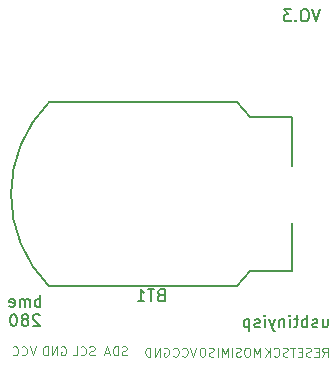
<source format=gbr>
G04 #@! TF.GenerationSoftware,KiCad,Pcbnew,(6.0.11)*
G04 #@! TF.CreationDate,2023-02-28T22:09:58+01:00*
G04 #@! TF.ProjectId,atmega328p-au--e01c-ml01s--bme280--cr2032,61746d65-6761-4333-9238-702d61752d2d,rev?*
G04 #@! TF.SameCoordinates,Original*
G04 #@! TF.FileFunction,Legend,Bot*
G04 #@! TF.FilePolarity,Positive*
%FSLAX46Y46*%
G04 Gerber Fmt 4.6, Leading zero omitted, Abs format (unit mm)*
G04 Created by KiCad (PCBNEW (6.0.11)) date 2023-02-28 22:09:58*
%MOMM*%
%LPD*%
G01*
G04 APERTURE LIST*
%ADD10C,0.125000*%
%ADD11C,0.150000*%
%ADD12C,0.127000*%
G04 APERTURE END LIST*
D10*
X122212285Y-92234285D02*
X122462285Y-91877142D01*
X122640857Y-92234285D02*
X122640857Y-91484285D01*
X122355142Y-91484285D01*
X122283714Y-91520000D01*
X122248000Y-91555714D01*
X122212285Y-91627142D01*
X122212285Y-91734285D01*
X122248000Y-91805714D01*
X122283714Y-91841428D01*
X122355142Y-91877142D01*
X122640857Y-91877142D01*
X121890857Y-91841428D02*
X121640857Y-91841428D01*
X121533714Y-92234285D02*
X121890857Y-92234285D01*
X121890857Y-91484285D01*
X121533714Y-91484285D01*
X121248000Y-92198571D02*
X121140857Y-92234285D01*
X120962285Y-92234285D01*
X120890857Y-92198571D01*
X120855142Y-92162857D01*
X120819428Y-92091428D01*
X120819428Y-92020000D01*
X120855142Y-91948571D01*
X120890857Y-91912857D01*
X120962285Y-91877142D01*
X121105142Y-91841428D01*
X121176571Y-91805714D01*
X121212285Y-91770000D01*
X121248000Y-91698571D01*
X121248000Y-91627142D01*
X121212285Y-91555714D01*
X121176571Y-91520000D01*
X121105142Y-91484285D01*
X120926571Y-91484285D01*
X120819428Y-91520000D01*
X120498000Y-91841428D02*
X120248000Y-91841428D01*
X120140857Y-92234285D02*
X120498000Y-92234285D01*
X120498000Y-91484285D01*
X120140857Y-91484285D01*
X119926571Y-91484285D02*
X119498000Y-91484285D01*
X119712285Y-92234285D02*
X119712285Y-91484285D01*
X111523000Y-91484285D02*
X111273000Y-92234285D01*
X111023000Y-91484285D01*
X110344428Y-92162857D02*
X110380142Y-92198571D01*
X110487285Y-92234285D01*
X110558714Y-92234285D01*
X110665857Y-92198571D01*
X110737285Y-92127142D01*
X110773000Y-92055714D01*
X110808714Y-91912857D01*
X110808714Y-91805714D01*
X110773000Y-91662857D01*
X110737285Y-91591428D01*
X110665857Y-91520000D01*
X110558714Y-91484285D01*
X110487285Y-91484285D01*
X110380142Y-91520000D01*
X110344428Y-91555714D01*
X109594428Y-92162857D02*
X109630142Y-92198571D01*
X109737285Y-92234285D01*
X109808714Y-92234285D01*
X109915857Y-92198571D01*
X109987285Y-92127142D01*
X110023000Y-92055714D01*
X110058714Y-91912857D01*
X110058714Y-91805714D01*
X110023000Y-91662857D01*
X109987285Y-91591428D01*
X109915857Y-91520000D01*
X109808714Y-91484285D01*
X109737285Y-91484285D01*
X109630142Y-91520000D01*
X109594428Y-91555714D01*
X105633714Y-92098571D02*
X105526571Y-92134285D01*
X105348000Y-92134285D01*
X105276571Y-92098571D01*
X105240857Y-92062857D01*
X105205142Y-91991428D01*
X105205142Y-91920000D01*
X105240857Y-91848571D01*
X105276571Y-91812857D01*
X105348000Y-91777142D01*
X105490857Y-91741428D01*
X105562285Y-91705714D01*
X105598000Y-91670000D01*
X105633714Y-91598571D01*
X105633714Y-91527142D01*
X105598000Y-91455714D01*
X105562285Y-91420000D01*
X105490857Y-91384285D01*
X105312285Y-91384285D01*
X105205142Y-91420000D01*
X104883714Y-92134285D02*
X104883714Y-91384285D01*
X104705142Y-91384285D01*
X104598000Y-91420000D01*
X104526571Y-91491428D01*
X104490857Y-91562857D01*
X104455142Y-91705714D01*
X104455142Y-91812857D01*
X104490857Y-91955714D01*
X104526571Y-92027142D01*
X104598000Y-92098571D01*
X104705142Y-92134285D01*
X104883714Y-92134285D01*
X104169428Y-91920000D02*
X103812285Y-91920000D01*
X104240857Y-92134285D02*
X103990857Y-91384285D01*
X103740857Y-92134285D01*
X102915857Y-92098571D02*
X102808714Y-92134285D01*
X102630142Y-92134285D01*
X102558714Y-92098571D01*
X102523000Y-92062857D01*
X102487285Y-91991428D01*
X102487285Y-91920000D01*
X102523000Y-91848571D01*
X102558714Y-91812857D01*
X102630142Y-91777142D01*
X102773000Y-91741428D01*
X102844428Y-91705714D01*
X102880142Y-91670000D01*
X102915857Y-91598571D01*
X102915857Y-91527142D01*
X102880142Y-91455714D01*
X102844428Y-91420000D01*
X102773000Y-91384285D01*
X102594428Y-91384285D01*
X102487285Y-91420000D01*
X101737285Y-92062857D02*
X101773000Y-92098571D01*
X101880142Y-92134285D01*
X101951571Y-92134285D01*
X102058714Y-92098571D01*
X102130142Y-92027142D01*
X102165857Y-91955714D01*
X102201571Y-91812857D01*
X102201571Y-91705714D01*
X102165857Y-91562857D01*
X102130142Y-91491428D01*
X102058714Y-91420000D01*
X101951571Y-91384285D01*
X101880142Y-91384285D01*
X101773000Y-91420000D01*
X101737285Y-91455714D01*
X101058714Y-92134285D02*
X101415857Y-92134285D01*
X101415857Y-91384285D01*
D11*
X98332523Y-88042380D02*
X98332523Y-87042380D01*
X98332523Y-87423333D02*
X98237285Y-87375714D01*
X98046809Y-87375714D01*
X97951571Y-87423333D01*
X97903952Y-87470952D01*
X97856333Y-87566190D01*
X97856333Y-87851904D01*
X97903952Y-87947142D01*
X97951571Y-87994761D01*
X98046809Y-88042380D01*
X98237285Y-88042380D01*
X98332523Y-87994761D01*
X97427761Y-88042380D02*
X97427761Y-87375714D01*
X97427761Y-87470952D02*
X97380142Y-87423333D01*
X97284904Y-87375714D01*
X97142047Y-87375714D01*
X97046809Y-87423333D01*
X96999190Y-87518571D01*
X96999190Y-88042380D01*
X96999190Y-87518571D02*
X96951571Y-87423333D01*
X96856333Y-87375714D01*
X96713476Y-87375714D01*
X96618238Y-87423333D01*
X96570619Y-87518571D01*
X96570619Y-88042380D01*
X95713476Y-87994761D02*
X95808714Y-88042380D01*
X95999190Y-88042380D01*
X96094428Y-87994761D01*
X96142047Y-87899523D01*
X96142047Y-87518571D01*
X96094428Y-87423333D01*
X95999190Y-87375714D01*
X95808714Y-87375714D01*
X95713476Y-87423333D01*
X95665857Y-87518571D01*
X95665857Y-87613809D01*
X96142047Y-87709047D01*
X98261095Y-88747619D02*
X98213476Y-88700000D01*
X98118238Y-88652380D01*
X97880142Y-88652380D01*
X97784904Y-88700000D01*
X97737285Y-88747619D01*
X97689666Y-88842857D01*
X97689666Y-88938095D01*
X97737285Y-89080952D01*
X98308714Y-89652380D01*
X97689666Y-89652380D01*
X97118238Y-89080952D02*
X97213476Y-89033333D01*
X97261095Y-88985714D01*
X97308714Y-88890476D01*
X97308714Y-88842857D01*
X97261095Y-88747619D01*
X97213476Y-88700000D01*
X97118238Y-88652380D01*
X96927761Y-88652380D01*
X96832523Y-88700000D01*
X96784904Y-88747619D01*
X96737285Y-88842857D01*
X96737285Y-88890476D01*
X96784904Y-88985714D01*
X96832523Y-89033333D01*
X96927761Y-89080952D01*
X97118238Y-89080952D01*
X97213476Y-89128571D01*
X97261095Y-89176190D01*
X97308714Y-89271428D01*
X97308714Y-89461904D01*
X97261095Y-89557142D01*
X97213476Y-89604761D01*
X97118238Y-89652380D01*
X96927761Y-89652380D01*
X96832523Y-89604761D01*
X96784904Y-89557142D01*
X96737285Y-89461904D01*
X96737285Y-89271428D01*
X96784904Y-89176190D01*
X96832523Y-89128571D01*
X96927761Y-89080952D01*
X96118238Y-88652380D02*
X96023000Y-88652380D01*
X95927761Y-88700000D01*
X95880142Y-88747619D01*
X95832523Y-88842857D01*
X95784904Y-89033333D01*
X95784904Y-89271428D01*
X95832523Y-89461904D01*
X95880142Y-89557142D01*
X95927761Y-89604761D01*
X96023000Y-89652380D01*
X96118238Y-89652380D01*
X96213476Y-89604761D01*
X96261095Y-89557142D01*
X96308714Y-89461904D01*
X96356333Y-89271428D01*
X96356333Y-89033333D01*
X96308714Y-88842857D01*
X96261095Y-88747619D01*
X96213476Y-88700000D01*
X96118238Y-88652380D01*
D10*
X100094428Y-91420000D02*
X100165857Y-91384285D01*
X100273000Y-91384285D01*
X100380142Y-91420000D01*
X100451571Y-91491428D01*
X100487285Y-91562857D01*
X100523000Y-91705714D01*
X100523000Y-91812857D01*
X100487285Y-91955714D01*
X100451571Y-92027142D01*
X100380142Y-92098571D01*
X100273000Y-92134285D01*
X100201571Y-92134285D01*
X100094428Y-92098571D01*
X100058714Y-92062857D01*
X100058714Y-91812857D01*
X100201571Y-91812857D01*
X99737285Y-92134285D02*
X99737285Y-91384285D01*
X99308714Y-92134285D01*
X99308714Y-91384285D01*
X98951571Y-92134285D02*
X98951571Y-91384285D01*
X98773000Y-91384285D01*
X98665857Y-91420000D01*
X98594428Y-91491428D01*
X98558714Y-91562857D01*
X98523000Y-91705714D01*
X98523000Y-91812857D01*
X98558714Y-91955714D01*
X98594428Y-92027142D01*
X98665857Y-92098571D01*
X98773000Y-92134285D01*
X98951571Y-92134285D01*
X108794428Y-91520000D02*
X108865857Y-91484285D01*
X108973000Y-91484285D01*
X109080142Y-91520000D01*
X109151571Y-91591428D01*
X109187285Y-91662857D01*
X109223000Y-91805714D01*
X109223000Y-91912857D01*
X109187285Y-92055714D01*
X109151571Y-92127142D01*
X109080142Y-92198571D01*
X108973000Y-92234285D01*
X108901571Y-92234285D01*
X108794428Y-92198571D01*
X108758714Y-92162857D01*
X108758714Y-91912857D01*
X108901571Y-91912857D01*
X108437285Y-92234285D02*
X108437285Y-91484285D01*
X108008714Y-92234285D01*
X108008714Y-91484285D01*
X107651571Y-92234285D02*
X107651571Y-91484285D01*
X107473000Y-91484285D01*
X107365857Y-91520000D01*
X107294428Y-91591428D01*
X107258714Y-91662857D01*
X107223000Y-91805714D01*
X107223000Y-91912857D01*
X107258714Y-92055714D01*
X107294428Y-92127142D01*
X107365857Y-92198571D01*
X107473000Y-92234285D01*
X107651571Y-92234285D01*
D11*
X122218238Y-89080714D02*
X122218238Y-89747380D01*
X122646809Y-89080714D02*
X122646809Y-89604523D01*
X122599190Y-89699761D01*
X122503952Y-89747380D01*
X122361095Y-89747380D01*
X122265857Y-89699761D01*
X122218238Y-89652142D01*
X121789666Y-89699761D02*
X121694428Y-89747380D01*
X121503952Y-89747380D01*
X121408714Y-89699761D01*
X121361095Y-89604523D01*
X121361095Y-89556904D01*
X121408714Y-89461666D01*
X121503952Y-89414047D01*
X121646809Y-89414047D01*
X121742047Y-89366428D01*
X121789666Y-89271190D01*
X121789666Y-89223571D01*
X121742047Y-89128333D01*
X121646809Y-89080714D01*
X121503952Y-89080714D01*
X121408714Y-89128333D01*
X120932523Y-89747380D02*
X120932523Y-88747380D01*
X120932523Y-89128333D02*
X120837285Y-89080714D01*
X120646809Y-89080714D01*
X120551571Y-89128333D01*
X120503952Y-89175952D01*
X120456333Y-89271190D01*
X120456333Y-89556904D01*
X120503952Y-89652142D01*
X120551571Y-89699761D01*
X120646809Y-89747380D01*
X120837285Y-89747380D01*
X120932523Y-89699761D01*
X120170619Y-89080714D02*
X119789666Y-89080714D01*
X120027761Y-88747380D02*
X120027761Y-89604523D01*
X119980142Y-89699761D01*
X119884904Y-89747380D01*
X119789666Y-89747380D01*
X119456333Y-89747380D02*
X119456333Y-89080714D01*
X119456333Y-88747380D02*
X119503952Y-88795000D01*
X119456333Y-88842619D01*
X119408714Y-88795000D01*
X119456333Y-88747380D01*
X119456333Y-88842619D01*
X118980142Y-89080714D02*
X118980142Y-89747380D01*
X118980142Y-89175952D02*
X118932523Y-89128333D01*
X118837285Y-89080714D01*
X118694428Y-89080714D01*
X118599190Y-89128333D01*
X118551571Y-89223571D01*
X118551571Y-89747380D01*
X118170619Y-89080714D02*
X117932523Y-89747380D01*
X117694428Y-89080714D02*
X117932523Y-89747380D01*
X118027761Y-89985476D01*
X118075380Y-90033095D01*
X118170619Y-90080714D01*
X117313476Y-89747380D02*
X117313476Y-89080714D01*
X117313476Y-88747380D02*
X117361095Y-88795000D01*
X117313476Y-88842619D01*
X117265857Y-88795000D01*
X117313476Y-88747380D01*
X117313476Y-88842619D01*
X116884904Y-89699761D02*
X116789666Y-89747380D01*
X116599190Y-89747380D01*
X116503952Y-89699761D01*
X116456333Y-89604523D01*
X116456333Y-89556904D01*
X116503952Y-89461666D01*
X116599190Y-89414047D01*
X116742047Y-89414047D01*
X116837285Y-89366428D01*
X116884904Y-89271190D01*
X116884904Y-89223571D01*
X116837285Y-89128333D01*
X116742047Y-89080714D01*
X116599190Y-89080714D01*
X116503952Y-89128333D01*
X116027761Y-89080714D02*
X116027761Y-90080714D01*
X116027761Y-89128333D02*
X115932523Y-89080714D01*
X115742047Y-89080714D01*
X115646809Y-89128333D01*
X115599190Y-89175952D01*
X115551571Y-89271190D01*
X115551571Y-89556904D01*
X115599190Y-89652142D01*
X115646809Y-89699761D01*
X115742047Y-89747380D01*
X115932523Y-89747380D01*
X116027761Y-89699761D01*
D10*
X114201571Y-92234285D02*
X114201571Y-91484285D01*
X113951571Y-92020000D01*
X113701571Y-91484285D01*
X113701571Y-92234285D01*
X113344428Y-92234285D02*
X113344428Y-91484285D01*
X113023000Y-92198571D02*
X112915857Y-92234285D01*
X112737285Y-92234285D01*
X112665857Y-92198571D01*
X112630142Y-92162857D01*
X112594428Y-92091428D01*
X112594428Y-92020000D01*
X112630142Y-91948571D01*
X112665857Y-91912857D01*
X112737285Y-91877142D01*
X112880142Y-91841428D01*
X112951571Y-91805714D01*
X112987285Y-91770000D01*
X113023000Y-91698571D01*
X113023000Y-91627142D01*
X112987285Y-91555714D01*
X112951571Y-91520000D01*
X112880142Y-91484285D01*
X112701571Y-91484285D01*
X112594428Y-91520000D01*
X112130142Y-91484285D02*
X111987285Y-91484285D01*
X111915857Y-91520000D01*
X111844428Y-91591428D01*
X111808714Y-91734285D01*
X111808714Y-91984285D01*
X111844428Y-92127142D01*
X111915857Y-92198571D01*
X111987285Y-92234285D01*
X112130142Y-92234285D01*
X112201571Y-92198571D01*
X112273000Y-92127142D01*
X112308714Y-91984285D01*
X112308714Y-91734285D01*
X112273000Y-91591428D01*
X112201571Y-91520000D01*
X112130142Y-91484285D01*
D11*
X121994428Y-62847380D02*
X121661095Y-63847380D01*
X121327761Y-62847380D01*
X120803952Y-62847380D02*
X120613476Y-62847380D01*
X120518238Y-62895000D01*
X120423000Y-62990238D01*
X120375380Y-63180714D01*
X120375380Y-63514047D01*
X120423000Y-63704523D01*
X120518238Y-63799761D01*
X120613476Y-63847380D01*
X120803952Y-63847380D01*
X120899190Y-63799761D01*
X120994428Y-63704523D01*
X121042047Y-63514047D01*
X121042047Y-63180714D01*
X120994428Y-62990238D01*
X120899190Y-62895000D01*
X120803952Y-62847380D01*
X119946809Y-63752142D02*
X119899190Y-63799761D01*
X119946809Y-63847380D01*
X119994428Y-63799761D01*
X119946809Y-63752142D01*
X119946809Y-63847380D01*
X119565857Y-62847380D02*
X118946809Y-62847380D01*
X119280142Y-63228333D01*
X119137285Y-63228333D01*
X119042047Y-63275952D01*
X118994428Y-63323571D01*
X118946809Y-63418809D01*
X118946809Y-63656904D01*
X118994428Y-63752142D01*
X119042047Y-63799761D01*
X119137285Y-63847380D01*
X119423000Y-63847380D01*
X119518238Y-63799761D01*
X119565857Y-63752142D01*
D10*
X97923000Y-91384285D02*
X97673000Y-92134285D01*
X97423000Y-91384285D01*
X96744428Y-92062857D02*
X96780142Y-92098571D01*
X96887285Y-92134285D01*
X96958714Y-92134285D01*
X97065857Y-92098571D01*
X97137285Y-92027142D01*
X97173000Y-91955714D01*
X97208714Y-91812857D01*
X97208714Y-91705714D01*
X97173000Y-91562857D01*
X97137285Y-91491428D01*
X97065857Y-91420000D01*
X96958714Y-91384285D01*
X96887285Y-91384285D01*
X96780142Y-91420000D01*
X96744428Y-91455714D01*
X95994428Y-92062857D02*
X96030142Y-92098571D01*
X96137285Y-92134285D01*
X96208714Y-92134285D01*
X96315857Y-92098571D01*
X96387285Y-92027142D01*
X96423000Y-91955714D01*
X96458714Y-91812857D01*
X96458714Y-91705714D01*
X96423000Y-91562857D01*
X96387285Y-91491428D01*
X96315857Y-91420000D01*
X96208714Y-91384285D01*
X96137285Y-91384285D01*
X96030142Y-91420000D01*
X95994428Y-91455714D01*
X119287285Y-92198571D02*
X119180142Y-92234285D01*
X119001571Y-92234285D01*
X118930142Y-92198571D01*
X118894428Y-92162857D01*
X118858714Y-92091428D01*
X118858714Y-92020000D01*
X118894428Y-91948571D01*
X118930142Y-91912857D01*
X119001571Y-91877142D01*
X119144428Y-91841428D01*
X119215857Y-91805714D01*
X119251571Y-91770000D01*
X119287285Y-91698571D01*
X119287285Y-91627142D01*
X119251571Y-91555714D01*
X119215857Y-91520000D01*
X119144428Y-91484285D01*
X118965857Y-91484285D01*
X118858714Y-91520000D01*
X118108714Y-92162857D02*
X118144428Y-92198571D01*
X118251571Y-92234285D01*
X118323000Y-92234285D01*
X118430142Y-92198571D01*
X118501571Y-92127142D01*
X118537285Y-92055714D01*
X118573000Y-91912857D01*
X118573000Y-91805714D01*
X118537285Y-91662857D01*
X118501571Y-91591428D01*
X118430142Y-91520000D01*
X118323000Y-91484285D01*
X118251571Y-91484285D01*
X118144428Y-91520000D01*
X118108714Y-91555714D01*
X117787285Y-92234285D02*
X117787285Y-91484285D01*
X117358714Y-92234285D02*
X117680142Y-91805714D01*
X117358714Y-91484285D02*
X117787285Y-91912857D01*
X116901571Y-92234285D02*
X116901571Y-91484285D01*
X116651571Y-92020000D01*
X116401571Y-91484285D01*
X116401571Y-92234285D01*
X115901571Y-91484285D02*
X115758714Y-91484285D01*
X115687285Y-91520000D01*
X115615857Y-91591428D01*
X115580142Y-91734285D01*
X115580142Y-91984285D01*
X115615857Y-92127142D01*
X115687285Y-92198571D01*
X115758714Y-92234285D01*
X115901571Y-92234285D01*
X115973000Y-92198571D01*
X116044428Y-92127142D01*
X116080142Y-91984285D01*
X116080142Y-91734285D01*
X116044428Y-91591428D01*
X115973000Y-91520000D01*
X115901571Y-91484285D01*
X115294428Y-92198571D02*
X115187285Y-92234285D01*
X115008714Y-92234285D01*
X114937285Y-92198571D01*
X114901571Y-92162857D01*
X114865857Y-92091428D01*
X114865857Y-92020000D01*
X114901571Y-91948571D01*
X114937285Y-91912857D01*
X115008714Y-91877142D01*
X115151571Y-91841428D01*
X115223000Y-91805714D01*
X115258714Y-91770000D01*
X115294428Y-91698571D01*
X115294428Y-91627142D01*
X115258714Y-91555714D01*
X115223000Y-91520000D01*
X115151571Y-91484285D01*
X114973000Y-91484285D01*
X114865857Y-91520000D01*
X114544428Y-92234285D02*
X114544428Y-91484285D01*
D11*
X108508714Y-87023571D02*
X108365857Y-87071190D01*
X108318238Y-87118809D01*
X108270619Y-87214047D01*
X108270619Y-87356904D01*
X108318238Y-87452142D01*
X108365857Y-87499761D01*
X108461095Y-87547380D01*
X108842047Y-87547380D01*
X108842047Y-86547380D01*
X108508714Y-86547380D01*
X108413476Y-86595000D01*
X108365857Y-86642619D01*
X108318238Y-86737857D01*
X108318238Y-86833095D01*
X108365857Y-86928333D01*
X108413476Y-86975952D01*
X108508714Y-87023571D01*
X108842047Y-87023571D01*
X107984904Y-86547380D02*
X107413476Y-86547380D01*
X107699190Y-87547380D02*
X107699190Y-86547380D01*
X106556333Y-87547380D02*
X107127761Y-87547380D01*
X106842047Y-87547380D02*
X106842047Y-86547380D01*
X106937285Y-86690238D01*
X107032523Y-86785476D01*
X107127761Y-86833095D01*
D12*
X119663000Y-71995000D02*
X116083000Y-71995000D01*
X116083000Y-71995000D02*
X114963000Y-70695000D01*
X119663000Y-84995000D02*
X119663000Y-80895000D01*
X114963000Y-70695000D02*
X99083000Y-70695000D01*
X114963000Y-86295000D02*
X116083000Y-84995000D01*
X119663000Y-76095000D02*
X119663000Y-71995000D01*
X116083000Y-84995000D02*
X119663000Y-84995000D01*
X99083000Y-86295000D02*
X114963000Y-86295000D01*
X99073000Y-70695000D02*
G75*
G03*
X99073000Y-86295000I7799999J-7800000D01*
G01*
M02*

</source>
